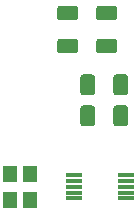
<source format=gtp>
G04 #@! TF.GenerationSoftware,KiCad,Pcbnew,(5.1.5)-3*
G04 #@! TF.CreationDate,2022-11-09T15:50:47-05:00*
G04 #@! TF.ProjectId,si5351,73693533-3531-42e6-9b69-6361645f7063,rev?*
G04 #@! TF.SameCoordinates,Original*
G04 #@! TF.FileFunction,Paste,Top*
G04 #@! TF.FilePolarity,Positive*
%FSLAX46Y46*%
G04 Gerber Fmt 4.6, Leading zero omitted, Abs format (unit mm)*
G04 Created by KiCad (PCBNEW (5.1.5)-3) date 2022-11-09 15:50:47*
%MOMM*%
%LPD*%
G04 APERTURE LIST*
%ADD10C,0.100000*%
%ADD11R,1.400000X0.300000*%
%ADD12R,1.200000X1.400000*%
G04 APERTURE END LIST*
D10*
G36*
X184949504Y-90176204D02*
G01*
X184973773Y-90179804D01*
X184997571Y-90185765D01*
X185020671Y-90194030D01*
X185042849Y-90204520D01*
X185063893Y-90217133D01*
X185083598Y-90231747D01*
X185101777Y-90248223D01*
X185118253Y-90266402D01*
X185132867Y-90286107D01*
X185145480Y-90307151D01*
X185155970Y-90329329D01*
X185164235Y-90352429D01*
X185170196Y-90376227D01*
X185173796Y-90400496D01*
X185175000Y-90425000D01*
X185175000Y-91175000D01*
X185173796Y-91199504D01*
X185170196Y-91223773D01*
X185164235Y-91247571D01*
X185155970Y-91270671D01*
X185145480Y-91292849D01*
X185132867Y-91313893D01*
X185118253Y-91333598D01*
X185101777Y-91351777D01*
X185083598Y-91368253D01*
X185063893Y-91382867D01*
X185042849Y-91395480D01*
X185020671Y-91405970D01*
X184997571Y-91414235D01*
X184973773Y-91420196D01*
X184949504Y-91423796D01*
X184925000Y-91425000D01*
X183675000Y-91425000D01*
X183650496Y-91423796D01*
X183626227Y-91420196D01*
X183602429Y-91414235D01*
X183579329Y-91405970D01*
X183557151Y-91395480D01*
X183536107Y-91382867D01*
X183516402Y-91368253D01*
X183498223Y-91351777D01*
X183481747Y-91333598D01*
X183467133Y-91313893D01*
X183454520Y-91292849D01*
X183444030Y-91270671D01*
X183435765Y-91247571D01*
X183429804Y-91223773D01*
X183426204Y-91199504D01*
X183425000Y-91175000D01*
X183425000Y-90425000D01*
X183426204Y-90400496D01*
X183429804Y-90376227D01*
X183435765Y-90352429D01*
X183444030Y-90329329D01*
X183454520Y-90307151D01*
X183467133Y-90286107D01*
X183481747Y-90266402D01*
X183498223Y-90248223D01*
X183516402Y-90231747D01*
X183536107Y-90217133D01*
X183557151Y-90204520D01*
X183579329Y-90194030D01*
X183602429Y-90185765D01*
X183626227Y-90179804D01*
X183650496Y-90176204D01*
X183675000Y-90175000D01*
X184925000Y-90175000D01*
X184949504Y-90176204D01*
G37*
G36*
X184949504Y-92976204D02*
G01*
X184973773Y-92979804D01*
X184997571Y-92985765D01*
X185020671Y-92994030D01*
X185042849Y-93004520D01*
X185063893Y-93017133D01*
X185083598Y-93031747D01*
X185101777Y-93048223D01*
X185118253Y-93066402D01*
X185132867Y-93086107D01*
X185145480Y-93107151D01*
X185155970Y-93129329D01*
X185164235Y-93152429D01*
X185170196Y-93176227D01*
X185173796Y-93200496D01*
X185175000Y-93225000D01*
X185175000Y-93975000D01*
X185173796Y-93999504D01*
X185170196Y-94023773D01*
X185164235Y-94047571D01*
X185155970Y-94070671D01*
X185145480Y-94092849D01*
X185132867Y-94113893D01*
X185118253Y-94133598D01*
X185101777Y-94151777D01*
X185083598Y-94168253D01*
X185063893Y-94182867D01*
X185042849Y-94195480D01*
X185020671Y-94205970D01*
X184997571Y-94214235D01*
X184973773Y-94220196D01*
X184949504Y-94223796D01*
X184925000Y-94225000D01*
X183675000Y-94225000D01*
X183650496Y-94223796D01*
X183626227Y-94220196D01*
X183602429Y-94214235D01*
X183579329Y-94205970D01*
X183557151Y-94195480D01*
X183536107Y-94182867D01*
X183516402Y-94168253D01*
X183498223Y-94151777D01*
X183481747Y-94133598D01*
X183467133Y-94113893D01*
X183454520Y-94092849D01*
X183444030Y-94070671D01*
X183435765Y-94047571D01*
X183429804Y-94023773D01*
X183426204Y-93999504D01*
X183425000Y-93975000D01*
X183425000Y-93225000D01*
X183426204Y-93200496D01*
X183429804Y-93176227D01*
X183435765Y-93152429D01*
X183444030Y-93129329D01*
X183454520Y-93107151D01*
X183467133Y-93086107D01*
X183481747Y-93066402D01*
X183498223Y-93048223D01*
X183516402Y-93031747D01*
X183536107Y-93017133D01*
X183557151Y-93004520D01*
X183579329Y-92994030D01*
X183602429Y-92985765D01*
X183626227Y-92979804D01*
X183650496Y-92976204D01*
X183675000Y-92975000D01*
X184925000Y-92975000D01*
X184949504Y-92976204D01*
G37*
G36*
X181649504Y-90176204D02*
G01*
X181673773Y-90179804D01*
X181697571Y-90185765D01*
X181720671Y-90194030D01*
X181742849Y-90204520D01*
X181763893Y-90217133D01*
X181783598Y-90231747D01*
X181801777Y-90248223D01*
X181818253Y-90266402D01*
X181832867Y-90286107D01*
X181845480Y-90307151D01*
X181855970Y-90329329D01*
X181864235Y-90352429D01*
X181870196Y-90376227D01*
X181873796Y-90400496D01*
X181875000Y-90425000D01*
X181875000Y-91175000D01*
X181873796Y-91199504D01*
X181870196Y-91223773D01*
X181864235Y-91247571D01*
X181855970Y-91270671D01*
X181845480Y-91292849D01*
X181832867Y-91313893D01*
X181818253Y-91333598D01*
X181801777Y-91351777D01*
X181783598Y-91368253D01*
X181763893Y-91382867D01*
X181742849Y-91395480D01*
X181720671Y-91405970D01*
X181697571Y-91414235D01*
X181673773Y-91420196D01*
X181649504Y-91423796D01*
X181625000Y-91425000D01*
X180375000Y-91425000D01*
X180350496Y-91423796D01*
X180326227Y-91420196D01*
X180302429Y-91414235D01*
X180279329Y-91405970D01*
X180257151Y-91395480D01*
X180236107Y-91382867D01*
X180216402Y-91368253D01*
X180198223Y-91351777D01*
X180181747Y-91333598D01*
X180167133Y-91313893D01*
X180154520Y-91292849D01*
X180144030Y-91270671D01*
X180135765Y-91247571D01*
X180129804Y-91223773D01*
X180126204Y-91199504D01*
X180125000Y-91175000D01*
X180125000Y-90425000D01*
X180126204Y-90400496D01*
X180129804Y-90376227D01*
X180135765Y-90352429D01*
X180144030Y-90329329D01*
X180154520Y-90307151D01*
X180167133Y-90286107D01*
X180181747Y-90266402D01*
X180198223Y-90248223D01*
X180216402Y-90231747D01*
X180236107Y-90217133D01*
X180257151Y-90204520D01*
X180279329Y-90194030D01*
X180302429Y-90185765D01*
X180326227Y-90179804D01*
X180350496Y-90176204D01*
X180375000Y-90175000D01*
X181625000Y-90175000D01*
X181649504Y-90176204D01*
G37*
G36*
X181649504Y-92976204D02*
G01*
X181673773Y-92979804D01*
X181697571Y-92985765D01*
X181720671Y-92994030D01*
X181742849Y-93004520D01*
X181763893Y-93017133D01*
X181783598Y-93031747D01*
X181801777Y-93048223D01*
X181818253Y-93066402D01*
X181832867Y-93086107D01*
X181845480Y-93107151D01*
X181855970Y-93129329D01*
X181864235Y-93152429D01*
X181870196Y-93176227D01*
X181873796Y-93200496D01*
X181875000Y-93225000D01*
X181875000Y-93975000D01*
X181873796Y-93999504D01*
X181870196Y-94023773D01*
X181864235Y-94047571D01*
X181855970Y-94070671D01*
X181845480Y-94092849D01*
X181832867Y-94113893D01*
X181818253Y-94133598D01*
X181801777Y-94151777D01*
X181783598Y-94168253D01*
X181763893Y-94182867D01*
X181742849Y-94195480D01*
X181720671Y-94205970D01*
X181697571Y-94214235D01*
X181673773Y-94220196D01*
X181649504Y-94223796D01*
X181625000Y-94225000D01*
X180375000Y-94225000D01*
X180350496Y-94223796D01*
X180326227Y-94220196D01*
X180302429Y-94214235D01*
X180279329Y-94205970D01*
X180257151Y-94195480D01*
X180236107Y-94182867D01*
X180216402Y-94168253D01*
X180198223Y-94151777D01*
X180181747Y-94133598D01*
X180167133Y-94113893D01*
X180154520Y-94092849D01*
X180144030Y-94070671D01*
X180135765Y-94047571D01*
X180129804Y-94023773D01*
X180126204Y-93999504D01*
X180125000Y-93975000D01*
X180125000Y-93225000D01*
X180126204Y-93200496D01*
X180129804Y-93176227D01*
X180135765Y-93152429D01*
X180144030Y-93129329D01*
X180154520Y-93107151D01*
X180167133Y-93086107D01*
X180181747Y-93066402D01*
X180198223Y-93048223D01*
X180216402Y-93031747D01*
X180236107Y-93017133D01*
X180257151Y-93004520D01*
X180279329Y-92994030D01*
X180302429Y-92985765D01*
X180326227Y-92979804D01*
X180350496Y-92976204D01*
X180375000Y-92975000D01*
X181625000Y-92975000D01*
X181649504Y-92976204D01*
G37*
D11*
X185900000Y-104500000D03*
X185900000Y-105000000D03*
X185900000Y-105500000D03*
X185900000Y-106000000D03*
X185900000Y-106500000D03*
X181500000Y-106500000D03*
X181500000Y-106000000D03*
X181500000Y-105500000D03*
X181500000Y-105000000D03*
X181500000Y-104500000D03*
D12*
X176150000Y-106600000D03*
X176150000Y-104400000D03*
X177850000Y-104400000D03*
X177850000Y-106600000D03*
D10*
G36*
X185899504Y-98626204D02*
G01*
X185923773Y-98629804D01*
X185947571Y-98635765D01*
X185970671Y-98644030D01*
X185992849Y-98654520D01*
X186013893Y-98667133D01*
X186033598Y-98681747D01*
X186051777Y-98698223D01*
X186068253Y-98716402D01*
X186082867Y-98736107D01*
X186095480Y-98757151D01*
X186105970Y-98779329D01*
X186114235Y-98802429D01*
X186120196Y-98826227D01*
X186123796Y-98850496D01*
X186125000Y-98875000D01*
X186125000Y-100125000D01*
X186123796Y-100149504D01*
X186120196Y-100173773D01*
X186114235Y-100197571D01*
X186105970Y-100220671D01*
X186095480Y-100242849D01*
X186082867Y-100263893D01*
X186068253Y-100283598D01*
X186051777Y-100301777D01*
X186033598Y-100318253D01*
X186013893Y-100332867D01*
X185992849Y-100345480D01*
X185970671Y-100355970D01*
X185947571Y-100364235D01*
X185923773Y-100370196D01*
X185899504Y-100373796D01*
X185875000Y-100375000D01*
X185125000Y-100375000D01*
X185100496Y-100373796D01*
X185076227Y-100370196D01*
X185052429Y-100364235D01*
X185029329Y-100355970D01*
X185007151Y-100345480D01*
X184986107Y-100332867D01*
X184966402Y-100318253D01*
X184948223Y-100301777D01*
X184931747Y-100283598D01*
X184917133Y-100263893D01*
X184904520Y-100242849D01*
X184894030Y-100220671D01*
X184885765Y-100197571D01*
X184879804Y-100173773D01*
X184876204Y-100149504D01*
X184875000Y-100125000D01*
X184875000Y-98875000D01*
X184876204Y-98850496D01*
X184879804Y-98826227D01*
X184885765Y-98802429D01*
X184894030Y-98779329D01*
X184904520Y-98757151D01*
X184917133Y-98736107D01*
X184931747Y-98716402D01*
X184948223Y-98698223D01*
X184966402Y-98681747D01*
X184986107Y-98667133D01*
X185007151Y-98654520D01*
X185029329Y-98644030D01*
X185052429Y-98635765D01*
X185076227Y-98629804D01*
X185100496Y-98626204D01*
X185125000Y-98625000D01*
X185875000Y-98625000D01*
X185899504Y-98626204D01*
G37*
G36*
X183099504Y-98626204D02*
G01*
X183123773Y-98629804D01*
X183147571Y-98635765D01*
X183170671Y-98644030D01*
X183192849Y-98654520D01*
X183213893Y-98667133D01*
X183233598Y-98681747D01*
X183251777Y-98698223D01*
X183268253Y-98716402D01*
X183282867Y-98736107D01*
X183295480Y-98757151D01*
X183305970Y-98779329D01*
X183314235Y-98802429D01*
X183320196Y-98826227D01*
X183323796Y-98850496D01*
X183325000Y-98875000D01*
X183325000Y-100125000D01*
X183323796Y-100149504D01*
X183320196Y-100173773D01*
X183314235Y-100197571D01*
X183305970Y-100220671D01*
X183295480Y-100242849D01*
X183282867Y-100263893D01*
X183268253Y-100283598D01*
X183251777Y-100301777D01*
X183233598Y-100318253D01*
X183213893Y-100332867D01*
X183192849Y-100345480D01*
X183170671Y-100355970D01*
X183147571Y-100364235D01*
X183123773Y-100370196D01*
X183099504Y-100373796D01*
X183075000Y-100375000D01*
X182325000Y-100375000D01*
X182300496Y-100373796D01*
X182276227Y-100370196D01*
X182252429Y-100364235D01*
X182229329Y-100355970D01*
X182207151Y-100345480D01*
X182186107Y-100332867D01*
X182166402Y-100318253D01*
X182148223Y-100301777D01*
X182131747Y-100283598D01*
X182117133Y-100263893D01*
X182104520Y-100242849D01*
X182094030Y-100220671D01*
X182085765Y-100197571D01*
X182079804Y-100173773D01*
X182076204Y-100149504D01*
X182075000Y-100125000D01*
X182075000Y-98875000D01*
X182076204Y-98850496D01*
X182079804Y-98826227D01*
X182085765Y-98802429D01*
X182094030Y-98779329D01*
X182104520Y-98757151D01*
X182117133Y-98736107D01*
X182131747Y-98716402D01*
X182148223Y-98698223D01*
X182166402Y-98681747D01*
X182186107Y-98667133D01*
X182207151Y-98654520D01*
X182229329Y-98644030D01*
X182252429Y-98635765D01*
X182276227Y-98629804D01*
X182300496Y-98626204D01*
X182325000Y-98625000D01*
X183075000Y-98625000D01*
X183099504Y-98626204D01*
G37*
G36*
X185899504Y-96003204D02*
G01*
X185923773Y-96006804D01*
X185947571Y-96012765D01*
X185970671Y-96021030D01*
X185992849Y-96031520D01*
X186013893Y-96044133D01*
X186033598Y-96058747D01*
X186051777Y-96075223D01*
X186068253Y-96093402D01*
X186082867Y-96113107D01*
X186095480Y-96134151D01*
X186105970Y-96156329D01*
X186114235Y-96179429D01*
X186120196Y-96203227D01*
X186123796Y-96227496D01*
X186125000Y-96252000D01*
X186125000Y-97502000D01*
X186123796Y-97526504D01*
X186120196Y-97550773D01*
X186114235Y-97574571D01*
X186105970Y-97597671D01*
X186095480Y-97619849D01*
X186082867Y-97640893D01*
X186068253Y-97660598D01*
X186051777Y-97678777D01*
X186033598Y-97695253D01*
X186013893Y-97709867D01*
X185992849Y-97722480D01*
X185970671Y-97732970D01*
X185947571Y-97741235D01*
X185923773Y-97747196D01*
X185899504Y-97750796D01*
X185875000Y-97752000D01*
X185125000Y-97752000D01*
X185100496Y-97750796D01*
X185076227Y-97747196D01*
X185052429Y-97741235D01*
X185029329Y-97732970D01*
X185007151Y-97722480D01*
X184986107Y-97709867D01*
X184966402Y-97695253D01*
X184948223Y-97678777D01*
X184931747Y-97660598D01*
X184917133Y-97640893D01*
X184904520Y-97619849D01*
X184894030Y-97597671D01*
X184885765Y-97574571D01*
X184879804Y-97550773D01*
X184876204Y-97526504D01*
X184875000Y-97502000D01*
X184875000Y-96252000D01*
X184876204Y-96227496D01*
X184879804Y-96203227D01*
X184885765Y-96179429D01*
X184894030Y-96156329D01*
X184904520Y-96134151D01*
X184917133Y-96113107D01*
X184931747Y-96093402D01*
X184948223Y-96075223D01*
X184966402Y-96058747D01*
X184986107Y-96044133D01*
X185007151Y-96031520D01*
X185029329Y-96021030D01*
X185052429Y-96012765D01*
X185076227Y-96006804D01*
X185100496Y-96003204D01*
X185125000Y-96002000D01*
X185875000Y-96002000D01*
X185899504Y-96003204D01*
G37*
G36*
X183099504Y-96003204D02*
G01*
X183123773Y-96006804D01*
X183147571Y-96012765D01*
X183170671Y-96021030D01*
X183192849Y-96031520D01*
X183213893Y-96044133D01*
X183233598Y-96058747D01*
X183251777Y-96075223D01*
X183268253Y-96093402D01*
X183282867Y-96113107D01*
X183295480Y-96134151D01*
X183305970Y-96156329D01*
X183314235Y-96179429D01*
X183320196Y-96203227D01*
X183323796Y-96227496D01*
X183325000Y-96252000D01*
X183325000Y-97502000D01*
X183323796Y-97526504D01*
X183320196Y-97550773D01*
X183314235Y-97574571D01*
X183305970Y-97597671D01*
X183295480Y-97619849D01*
X183282867Y-97640893D01*
X183268253Y-97660598D01*
X183251777Y-97678777D01*
X183233598Y-97695253D01*
X183213893Y-97709867D01*
X183192849Y-97722480D01*
X183170671Y-97732970D01*
X183147571Y-97741235D01*
X183123773Y-97747196D01*
X183099504Y-97750796D01*
X183075000Y-97752000D01*
X182325000Y-97752000D01*
X182300496Y-97750796D01*
X182276227Y-97747196D01*
X182252429Y-97741235D01*
X182229329Y-97732970D01*
X182207151Y-97722480D01*
X182186107Y-97709867D01*
X182166402Y-97695253D01*
X182148223Y-97678777D01*
X182131747Y-97660598D01*
X182117133Y-97640893D01*
X182104520Y-97619849D01*
X182094030Y-97597671D01*
X182085765Y-97574571D01*
X182079804Y-97550773D01*
X182076204Y-97526504D01*
X182075000Y-97502000D01*
X182075000Y-96252000D01*
X182076204Y-96227496D01*
X182079804Y-96203227D01*
X182085765Y-96179429D01*
X182094030Y-96156329D01*
X182104520Y-96134151D01*
X182117133Y-96113107D01*
X182131747Y-96093402D01*
X182148223Y-96075223D01*
X182166402Y-96058747D01*
X182186107Y-96044133D01*
X182207151Y-96031520D01*
X182229329Y-96021030D01*
X182252429Y-96012765D01*
X182276227Y-96006804D01*
X182300496Y-96003204D01*
X182325000Y-96002000D01*
X183075000Y-96002000D01*
X183099504Y-96003204D01*
G37*
M02*

</source>
